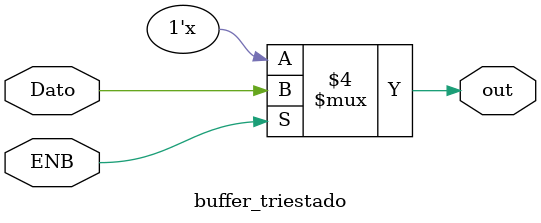
<source format=v>
module cmd_PAD_card (input OutIn_control, ENB_control, data_in_parallelToSerial_PAD, clk_SD, IOin_SD, output data_out_serialToParallel, IOout_SD);
    //wire OutIn_control, ENB_control, data_in_parallelToSerial_PAD, clk_SD, IOin_SD;
    //reg data_out_serialToParallel, IOout_SD;
    FF_D flipflop1(clk_SD, data_in_parallelToSerial_PAD, outToBuffer);
    FF_D flipflop2(clk_SD, IOout_SD, data_out_serialToParallel);
    buffer_triestado buffer(outToBuffer, OutIn_control, IOout_SD);
endmodule // cmd_PAD_card

module control_PAD ();

endmodule // control_PAD

module FF_D (input clk, D, output Q);
    wire clk, D;
    reg Q;
    always @ ( posedge clk) begin
        Q = D;
    end
endmodule // FF_D

module buffer_triestado (input Dato, ENB, output out);
    wire Dato, ENB;
    reg out;
    always @ ( * ) begin
        if (ENB == 1) begin
            out = Dato;
        end else begin
            out = 1'bz;
        end
    end
endmodule // buffer_triestado

</source>
